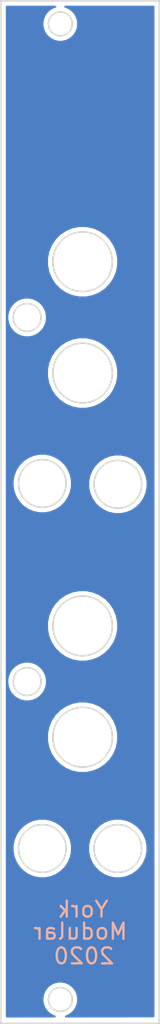
<source format=kicad_pcb>
(kicad_pcb (version 20171130) (host pcbnew 5.1.7-a382d34a8~87~ubuntu18.04.1)

  (general
    (thickness 1.6)
    (drawings 37)
    (tracks 0)
    (zones 0)
    (modules 0)
    (nets 1)
  )

  (page A4)
  (layers
    (0 F.Cu signal)
    (31 B.Cu signal)
    (32 B.Adhes user)
    (33 F.Adhes user)
    (34 B.Paste user)
    (35 F.Paste user)
    (36 B.SilkS user)
    (37 F.SilkS user)
    (38 B.Mask user)
    (39 F.Mask user)
    (40 Dwgs.User user)
    (41 Cmts.User user)
    (42 Eco1.User user)
    (43 Eco2.User user)
    (44 Edge.Cuts user)
    (45 Margin user)
    (46 B.CrtYd user)
    (47 F.CrtYd user)
    (48 B.Fab user)
    (49 F.Fab user)
  )

  (setup
    (last_trace_width 0.25)
    (trace_clearance 0.2)
    (zone_clearance 0.508)
    (zone_45_only no)
    (trace_min 0.2)
    (via_size 0.8)
    (via_drill 0.4)
    (via_min_size 0.4)
    (via_min_drill 0.3)
    (uvia_size 0.3)
    (uvia_drill 0.1)
    (uvias_allowed no)
    (uvia_min_size 0.2)
    (uvia_min_drill 0.1)
    (edge_width 0.05)
    (segment_width 0.2)
    (pcb_text_width 0.3)
    (pcb_text_size 1.5 1.5)
    (mod_edge_width 0.12)
    (mod_text_size 1 1)
    (mod_text_width 0.15)
    (pad_size 1.524 1.524)
    (pad_drill 0.762)
    (pad_to_mask_clearance 0.051)
    (solder_mask_min_width 0.25)
    (aux_axis_origin 0 0)
    (grid_origin 134.14057 171.13624)
    (visible_elements FFFFFF7F)
    (pcbplotparams
      (layerselection 0x010fc_ffffffff)
      (usegerberextensions true)
      (usegerberattributes false)
      (usegerberadvancedattributes false)
      (creategerberjobfile false)
      (excludeedgelayer true)
      (linewidth 0.100000)
      (plotframeref false)
      (viasonmask false)
      (mode 1)
      (useauxorigin false)
      (hpglpennumber 1)
      (hpglpenspeed 20)
      (hpglpendiameter 15.000000)
      (psnegative false)
      (psa4output false)
      (plotreference true)
      (plotvalue true)
      (plotinvisibletext false)
      (padsonsilk false)
      (subtractmaskfromsilk false)
      (outputformat 1)
      (mirror false)
      (drillshape 0)
      (scaleselection 1)
      (outputdirectory "gerbers"))
  )

  (net 0 "")

  (net_class Default "This is the default net class."
    (clearance 0.2)
    (trace_width 0.25)
    (via_dia 0.8)
    (via_drill 0.4)
    (uvia_dia 0.3)
    (uvia_drill 0.1)
  )

  (gr_text OUT (at 148.6154 157.0482) (layer F.Cu) (tstamp 5E6E0C5E)
    (effects (font (size 2 2) (thickness 0.3)))
  )
  (gr_text IN (at 139.4206 157.1498) (layer F.Cu) (tstamp 5E6E0C5A)
    (effects (font (size 2 2) (thickness 0.3)))
  )
  (gr_text R (at 151.9809 135.0264) (layer F.Cu) (tstamp 5E6E0C3A)
    (effects (font (size 3 3) (thickness 0.5)))
  )
  (gr_text A (at 152.1079 121.0691) (layer F.Cu) (tstamp 5E6E0C37)
    (effects (font (size 3 3) (thickness 0.5)))
  )
  (gr_text OUT (at 148.8694 111.0234) (layer F.Cu) (tstamp 5E6E0BEA)
    (effects (font (size 2 2) (thickness 0.3)))
  )
  (gr_text IN (at 139.3444 111.0996) (layer F.Cu) (tstamp 5E6E0BE7)
    (effects (font (size 2 2) (thickness 0.3)))
  )
  (gr_text R (at 151.9428 89.4842) (layer F.Cu) (tstamp 5E6E0BBE)
    (effects (font (size 3 3) (thickness 0.5)))
  )
  (gr_text A (at 152.146 75.5396) (layer F.Cu) (tstamp 5E6E0BBA)
    (effects (font (size 3 3) (thickness 0.5)))
  )
  (gr_text DV3 (at 149.7457 45.5549) (layer F.Cu) (tstamp 5E6E0B38)
    (effects (font (size 2 2) (thickness 0.25)))
  )
  (gr_text 2020 (at 144.6276 162.687) (layer B.SilkS)
    (effects (font (size 2 2) (thickness 0.3)) (justify mirror))
  )
  (gr_text Modular (at 144.1704 159.5882) (layer B.SilkS)
    (effects (font (size 2 2) (thickness 0.3)) (justify mirror))
  )
  (gr_text York (at 144.5006 156.8196) (layer B.SilkS)
    (effects (font (size 2 2) (thickness 0.3)) (justify mirror))
  )
  (gr_text OUT (at 148.6154 157.0482) (layer F.Mask) (tstamp 5E3CB439)
    (effects (font (size 2 2) (thickness 0.3)))
  )
  (gr_text IN (at 139.4206 157.1498) (layer F.Mask) (tstamp 5E3CB407)
    (effects (font (size 2 2) (thickness 0.3)))
  )
  (gr_text OUT (at 148.8694 111.0234) (layer F.Mask) (tstamp 5E3CB407)
    (effects (font (size 2 2) (thickness 0.3)))
  )
  (gr_text IN (at 139.3444 111.0996) (layer F.Mask)
    (effects (font (size 2 2) (thickness 0.3)))
  )
  (gr_text DV3 (at 149.75 45.55) (layer F.Mask)
    (effects (font (size 2 2) (thickness 0.25)))
  )
  (gr_text R (at 151.9809 135.0264) (layer F.Mask) (tstamp 5E3CB3A6)
    (effects (font (size 3 3) (thickness 0.5)))
  )
  (gr_text R (at 151.9301 89.4842) (layer F.Mask) (tstamp 5E3CB380)
    (effects (font (size 3 3) (thickness 0.5)))
  )
  (gr_text A (at 152.144385 75.5396) (layer F.Mask) (tstamp 5E6E0B61)
    (effects (font (size 3 3) (thickness 0.5)))
  )
  (gr_text A (at 152.1079 121.0818) (layer F.Mask)
    (effects (font (size 3 3) (thickness 0.5)))
  )
  (gr_circle (center 137.46057 82.49624) (end 139.21057 82.49624) (layer Edge.Cuts) (width 0.2))
  (gr_circle (center 139.37057 149.17624) (end 142.37057 149.17624) (layer Edge.Cuts) (width 0.2))
  (gr_circle (center 148.90057 103.44624) (end 151.900569 103.44624) (layer Edge.Cuts) (width 0.2))
  (gr_circle (center 144.45057 121.22624) (end 148.20057 121.22624) (layer Edge.Cuts) (width 0.2))
  (gr_circle (center 144.45057 89.47624) (end 148.20057 89.47624) (layer Edge.Cuts) (width 0.2))
  (gr_line (start 154.12057 42.73624) (end 154.12057 171.13624) (layer Edge.Cuts) (width 0.2))
  (gr_circle (center 137.46057 128.21624) (end 139.21057 128.21624) (layer Edge.Cuts) (width 0.2))
  (gr_circle (center 148.89057 149.17624) (end 151.89057 149.17624) (layer Edge.Cuts) (width 0.2))
  (gr_circle (center 141.64057 45.63624) (end 143.14057 45.63624) (layer Edge.Cuts) (width 0.2))
  (gr_circle (center 144.45057 75.50124) (end 148.20057 75.50124) (layer Edge.Cuts) (width 0.2))
  (gr_circle (center 141.64057 168.13624) (end 143.14057 168.13624) (layer Edge.Cuts) (width 0.2))
  (gr_line (start 154.12057 171.13624) (end 134.14057 171.13624) (layer Edge.Cuts) (width 0.2))
  (gr_line (start 134.14057 171.13624) (end 134.14057 42.73624) (layer Edge.Cuts) (width 0.2))
  (gr_line (start 134.14057 42.73624) (end 154.12057 42.73624) (layer Edge.Cuts) (width 0.2))
  (gr_circle (center 139.37057 103.34624) (end 142.37057 103.34624) (layer Edge.Cuts) (width 0.2))
  (gr_circle (center 144.45057 135.20624) (end 148.20057 135.20624) (layer Edge.Cuts) (width 0.2))

  (zone (net 0) (net_name "") (layer B.Cu) (tstamp 600053E7) (hatch edge 0.508)
    (connect_pads (clearance 0.508))
    (min_thickness 0.254)
    (fill yes (arc_segments 32) (thermal_gap 0.508) (thermal_bridge_width 0.508))
    (polygon
      (pts
        (xy 153.5176 170.3832) (xy 134.7724 170.4086) (xy 134.7724 43.307) (xy 153.6192 43.307)
      )
    )
    (filled_polygon
      (pts
        (xy 140.985978 43.47834) (xy 140.57757 43.647508) (xy 140.210013 43.893101) (xy 139.897431 44.205683) (xy 139.651838 44.57324)
        (xy 139.48267 44.981648) (xy 139.396428 45.415211) (xy 139.396428 45.857269) (xy 139.48267 46.290832) (xy 139.651838 46.69924)
        (xy 139.897431 47.066797) (xy 140.210013 47.379379) (xy 140.57757 47.624972) (xy 140.985978 47.79414) (xy 141.419541 47.880382)
        (xy 141.861599 47.880382) (xy 142.295162 47.79414) (xy 142.70357 47.624972) (xy 143.071127 47.379379) (xy 143.383709 47.066797)
        (xy 143.629302 46.69924) (xy 143.79847 46.290832) (xy 143.884712 45.857269) (xy 143.884712 45.415211) (xy 143.79847 44.981648)
        (xy 143.629302 44.57324) (xy 143.383709 44.205683) (xy 143.071127 43.893101) (xy 142.70357 43.647508) (xy 142.295162 43.47834)
        (xy 142.259468 43.47124) (xy 153.38557 43.47124) (xy 153.385571 170.256379) (xy 142.350225 170.271332) (xy 142.70357 170.124972)
        (xy 143.071127 169.879379) (xy 143.383709 169.566797) (xy 143.629302 169.19924) (xy 143.79847 168.790832) (xy 143.884712 168.357269)
        (xy 143.884712 167.915211) (xy 143.79847 167.481648) (xy 143.629302 167.07324) (xy 143.383709 166.705683) (xy 143.071127 166.393101)
        (xy 142.70357 166.147508) (xy 142.295162 165.97834) (xy 141.861599 165.892098) (xy 141.419541 165.892098) (xy 140.985978 165.97834)
        (xy 140.57757 166.147508) (xy 140.210013 166.393101) (xy 139.897431 166.705683) (xy 139.651838 167.07324) (xy 139.48267 167.481648)
        (xy 139.396428 167.915211) (xy 139.396428 168.357269) (xy 139.48267 168.790832) (xy 139.651838 169.19924) (xy 139.897431 169.566797)
        (xy 140.210013 169.879379) (xy 140.57757 170.124972) (xy 140.935542 170.273249) (xy 134.8994 170.281428) (xy 134.8994 148.808186)
        (xy 135.633651 148.808186) (xy 135.633651 149.544294) (xy 135.777259 150.266259) (xy 136.058956 150.946335) (xy 136.467916 151.558387)
        (xy 136.988423 152.078894) (xy 137.600475 152.487854) (xy 138.280551 152.769551) (xy 139.002516 152.913159) (xy 139.738624 152.913159)
        (xy 140.460589 152.769551) (xy 141.140665 152.487854) (xy 141.752717 152.078894) (xy 142.273224 151.558387) (xy 142.682184 150.946335)
        (xy 142.963881 150.266259) (xy 143.107489 149.544294) (xy 143.107489 148.808186) (xy 145.153651 148.808186) (xy 145.153651 149.544294)
        (xy 145.297259 150.266259) (xy 145.578956 150.946335) (xy 145.987916 151.558387) (xy 146.508423 152.078894) (xy 147.120475 152.487854)
        (xy 147.800551 152.769551) (xy 148.522516 152.913159) (xy 149.258624 152.913159) (xy 149.980589 152.769551) (xy 150.660665 152.487854)
        (xy 151.272717 152.078894) (xy 151.793224 151.558387) (xy 152.202184 150.946335) (xy 152.483881 150.266259) (xy 152.627489 149.544294)
        (xy 152.627489 148.808186) (xy 152.483881 148.086221) (xy 152.202184 147.406145) (xy 151.793224 146.794093) (xy 151.272717 146.273586)
        (xy 150.660665 145.864626) (xy 149.980589 145.582929) (xy 149.258624 145.439321) (xy 148.522516 145.439321) (xy 147.800551 145.582929)
        (xy 147.120475 145.864626) (xy 146.508423 146.273586) (xy 145.987916 146.794093) (xy 145.578956 147.406145) (xy 145.297259 148.086221)
        (xy 145.153651 148.808186) (xy 143.107489 148.808186) (xy 142.963881 148.086221) (xy 142.682184 147.406145) (xy 142.273224 146.794093)
        (xy 141.752717 146.273586) (xy 141.140665 145.864626) (xy 140.460589 145.582929) (xy 139.738624 145.439321) (xy 139.002516 145.439321)
        (xy 138.280551 145.582929) (xy 137.600475 145.864626) (xy 136.988423 146.273586) (xy 136.467916 146.794093) (xy 136.058956 147.406145)
        (xy 135.777259 148.086221) (xy 135.633651 148.808186) (xy 134.8994 148.808186) (xy 134.8994 134.764673) (xy 139.967263 134.764673)
        (xy 139.967263 135.647807) (xy 140.139554 136.513972) (xy 140.477515 137.329882) (xy 140.968158 138.064182) (xy 141.592628 138.688652)
        (xy 142.326928 139.179295) (xy 143.142838 139.517256) (xy 144.009003 139.689547) (xy 144.892137 139.689547) (xy 145.758302 139.517256)
        (xy 146.574212 139.179295) (xy 147.308512 138.688652) (xy 147.932982 138.064182) (xy 148.423625 137.329882) (xy 148.761586 136.513972)
        (xy 148.933877 135.647807) (xy 148.933877 134.764673) (xy 148.761586 133.898508) (xy 148.423625 133.082598) (xy 147.932982 132.348298)
        (xy 147.308512 131.723828) (xy 146.574212 131.233185) (xy 145.758302 130.895224) (xy 144.892137 130.722933) (xy 144.009003 130.722933)
        (xy 143.142838 130.895224) (xy 142.326928 131.233185) (xy 141.592628 131.723828) (xy 140.968158 132.348298) (xy 140.477515 133.082598)
        (xy 140.139554 133.898508) (xy 139.967263 134.764673) (xy 134.8994 134.764673) (xy 134.8994 127.970707) (xy 134.967632 127.970707)
        (xy 134.967632 128.461773) (xy 135.063434 128.943403) (xy 135.251357 129.397089) (xy 135.524179 129.805395) (xy 135.871415 130.152631)
        (xy 136.279721 130.425453) (xy 136.733407 130.613376) (xy 137.215037 130.709178) (xy 137.706103 130.709178) (xy 138.187733 130.613376)
        (xy 138.641419 130.425453) (xy 139.049725 130.152631) (xy 139.396961 129.805395) (xy 139.669783 129.397089) (xy 139.857706 128.943403)
        (xy 139.953508 128.461773) (xy 139.953508 127.970707) (xy 139.857706 127.489077) (xy 139.669783 127.035391) (xy 139.396961 126.627085)
        (xy 139.049725 126.279849) (xy 138.641419 126.007027) (xy 138.187733 125.819104) (xy 137.706103 125.723302) (xy 137.215037 125.723302)
        (xy 136.733407 125.819104) (xy 136.279721 126.007027) (xy 135.871415 126.279849) (xy 135.524179 126.627085) (xy 135.251357 127.035391)
        (xy 135.063434 127.489077) (xy 134.967632 127.970707) (xy 134.8994 127.970707) (xy 134.8994 120.784673) (xy 139.967263 120.784673)
        (xy 139.967263 121.667807) (xy 140.139554 122.533972) (xy 140.477515 123.349882) (xy 140.968158 124.084182) (xy 141.592628 124.708652)
        (xy 142.326928 125.199295) (xy 143.142838 125.537256) (xy 144.009003 125.709547) (xy 144.892137 125.709547) (xy 145.758302 125.537256)
        (xy 146.574212 125.199295) (xy 147.308512 124.708652) (xy 147.932982 124.084182) (xy 148.423625 123.349882) (xy 148.761586 122.533972)
        (xy 148.933877 121.667807) (xy 148.933877 120.784673) (xy 148.761586 119.918508) (xy 148.423625 119.102598) (xy 147.932982 118.368298)
        (xy 147.308512 117.743828) (xy 146.574212 117.253185) (xy 145.758302 116.915224) (xy 144.892137 116.742933) (xy 144.009003 116.742933)
        (xy 143.142838 116.915224) (xy 142.326928 117.253185) (xy 141.592628 117.743828) (xy 140.968158 118.368298) (xy 140.477515 119.102598)
        (xy 140.139554 119.918508) (xy 139.967263 120.784673) (xy 134.8994 120.784673) (xy 134.8994 102.978186) (xy 135.633651 102.978186)
        (xy 135.633651 103.714294) (xy 135.777259 104.436259) (xy 136.058956 105.116335) (xy 136.467916 105.728387) (xy 136.988423 106.248894)
        (xy 137.600475 106.657854) (xy 138.280551 106.939551) (xy 139.002516 107.083159) (xy 139.738624 107.083159) (xy 140.460589 106.939551)
        (xy 141.140665 106.657854) (xy 141.752717 106.248894) (xy 142.273224 105.728387) (xy 142.682184 105.116335) (xy 142.963881 104.436259)
        (xy 143.107489 103.714294) (xy 143.107489 103.078186) (xy 145.163652 103.078186) (xy 145.163652 103.814294) (xy 145.30726 104.536259)
        (xy 145.588957 105.216334) (xy 145.997917 105.828386) (xy 146.518424 106.348893) (xy 147.130476 106.757853) (xy 147.810551 107.03955)
        (xy 148.532516 107.183158) (xy 149.268624 107.183158) (xy 149.990589 107.03955) (xy 150.670664 106.757853) (xy 151.282716 106.348893)
        (xy 151.803223 105.828386) (xy 152.212183 105.216334) (xy 152.49388 104.536259) (xy 152.637488 103.814294) (xy 152.637488 103.078186)
        (xy 152.49388 102.356221) (xy 152.212183 101.676146) (xy 151.803223 101.064094) (xy 151.282716 100.543587) (xy 150.670664 100.134627)
        (xy 149.990589 99.85293) (xy 149.268624 99.709322) (xy 148.532516 99.709322) (xy 147.810551 99.85293) (xy 147.130476 100.134627)
        (xy 146.518424 100.543587) (xy 145.997917 101.064094) (xy 145.588957 101.676146) (xy 145.30726 102.356221) (xy 145.163652 103.078186)
        (xy 143.107489 103.078186) (xy 143.107489 102.978186) (xy 142.963881 102.256221) (xy 142.682184 101.576145) (xy 142.273224 100.964093)
        (xy 141.752717 100.443586) (xy 141.140665 100.034626) (xy 140.460589 99.752929) (xy 139.738624 99.609321) (xy 139.002516 99.609321)
        (xy 138.280551 99.752929) (xy 137.600475 100.034626) (xy 136.988423 100.443586) (xy 136.467916 100.964093) (xy 136.058956 101.576145)
        (xy 135.777259 102.256221) (xy 135.633651 102.978186) (xy 134.8994 102.978186) (xy 134.8994 89.034673) (xy 139.967263 89.034673)
        (xy 139.967263 89.917807) (xy 140.139554 90.783972) (xy 140.477515 91.599882) (xy 140.968158 92.334182) (xy 141.592628 92.958652)
        (xy 142.326928 93.449295) (xy 143.142838 93.787256) (xy 144.009003 93.959547) (xy 144.892137 93.959547) (xy 145.758302 93.787256)
        (xy 146.574212 93.449295) (xy 147.308512 92.958652) (xy 147.932982 92.334182) (xy 148.423625 91.599882) (xy 148.761586 90.783972)
        (xy 148.933877 89.917807) (xy 148.933877 89.034673) (xy 148.761586 88.168508) (xy 148.423625 87.352598) (xy 147.932982 86.618298)
        (xy 147.308512 85.993828) (xy 146.574212 85.503185) (xy 145.758302 85.165224) (xy 144.892137 84.992933) (xy 144.009003 84.992933)
        (xy 143.142838 85.165224) (xy 142.326928 85.503185) (xy 141.592628 85.993828) (xy 140.968158 86.618298) (xy 140.477515 87.352598)
        (xy 140.139554 88.168508) (xy 139.967263 89.034673) (xy 134.8994 89.034673) (xy 134.8994 82.250707) (xy 134.967632 82.250707)
        (xy 134.967632 82.741773) (xy 135.063434 83.223403) (xy 135.251357 83.677089) (xy 135.524179 84.085395) (xy 135.871415 84.432631)
        (xy 136.279721 84.705453) (xy 136.733407 84.893376) (xy 137.215037 84.989178) (xy 137.706103 84.989178) (xy 138.187733 84.893376)
        (xy 138.641419 84.705453) (xy 139.049725 84.432631) (xy 139.396961 84.085395) (xy 139.669783 83.677089) (xy 139.857706 83.223403)
        (xy 139.953508 82.741773) (xy 139.953508 82.250707) (xy 139.857706 81.769077) (xy 139.669783 81.315391) (xy 139.396961 80.907085)
        (xy 139.049725 80.559849) (xy 138.641419 80.287027) (xy 138.187733 80.099104) (xy 137.706103 80.003302) (xy 137.215037 80.003302)
        (xy 136.733407 80.099104) (xy 136.279721 80.287027) (xy 135.871415 80.559849) (xy 135.524179 80.907085) (xy 135.251357 81.315391)
        (xy 135.063434 81.769077) (xy 134.967632 82.250707) (xy 134.8994 82.250707) (xy 134.8994 75.059673) (xy 139.967263 75.059673)
        (xy 139.967263 75.942807) (xy 140.139554 76.808972) (xy 140.477515 77.624882) (xy 140.968158 78.359182) (xy 141.592628 78.983652)
        (xy 142.326928 79.474295) (xy 143.142838 79.812256) (xy 144.009003 79.984547) (xy 144.892137 79.984547) (xy 145.758302 79.812256)
        (xy 146.574212 79.474295) (xy 147.308512 78.983652) (xy 147.932982 78.359182) (xy 148.423625 77.624882) (xy 148.761586 76.808972)
        (xy 148.933877 75.942807) (xy 148.933877 75.059673) (xy 148.761586 74.193508) (xy 148.423625 73.377598) (xy 147.932982 72.643298)
        (xy 147.308512 72.018828) (xy 146.574212 71.528185) (xy 145.758302 71.190224) (xy 144.892137 71.017933) (xy 144.009003 71.017933)
        (xy 143.142838 71.190224) (xy 142.326928 71.528185) (xy 141.592628 72.018828) (xy 140.968158 72.643298) (xy 140.477515 73.377598)
        (xy 140.139554 74.193508) (xy 139.967263 75.059673) (xy 134.8994 75.059673) (xy 134.8994 43.47124) (xy 141.021672 43.47124)
      )
    )
  )
)

</source>
